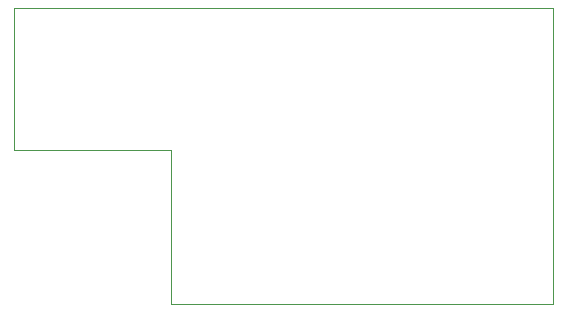
<source format=gbr>
G04 #@! TF.GenerationSoftware,KiCad,Pcbnew,(5.1.0-0)*
G04 #@! TF.CreationDate,2020-07-07T18:13:47+01:00*
G04 #@! TF.ProjectId,autoFan,6175746f-4661-46e2-9e6b-696361645f70,rev?*
G04 #@! TF.SameCoordinates,Original*
G04 #@! TF.FileFunction,Profile,NP*
%FSLAX46Y46*%
G04 Gerber Fmt 4.6, Leading zero omitted, Abs format (unit mm)*
G04 Created by KiCad (PCBNEW (5.1.0-0)) date 2020-07-07 18:13:47*
%MOMM*%
%LPD*%
G04 APERTURE LIST*
%ADD10C,0.050000*%
G04 APERTURE END LIST*
D10*
X172700000Y-126100000D02*
X172700000Y-113080000D01*
X205030000Y-126100000D02*
X172700000Y-126100000D01*
X205030000Y-101000000D02*
X205030000Y-126100000D01*
X163000000Y-101000000D02*
X205030000Y-101000000D01*
X161000000Y-101000000D02*
X163000000Y-101000000D01*
X159400000Y-113080000D02*
X172700000Y-113080000D01*
X159400000Y-101000000D02*
X159400000Y-113080000D01*
X161000000Y-101000000D02*
X159400000Y-101000000D01*
M02*

</source>
